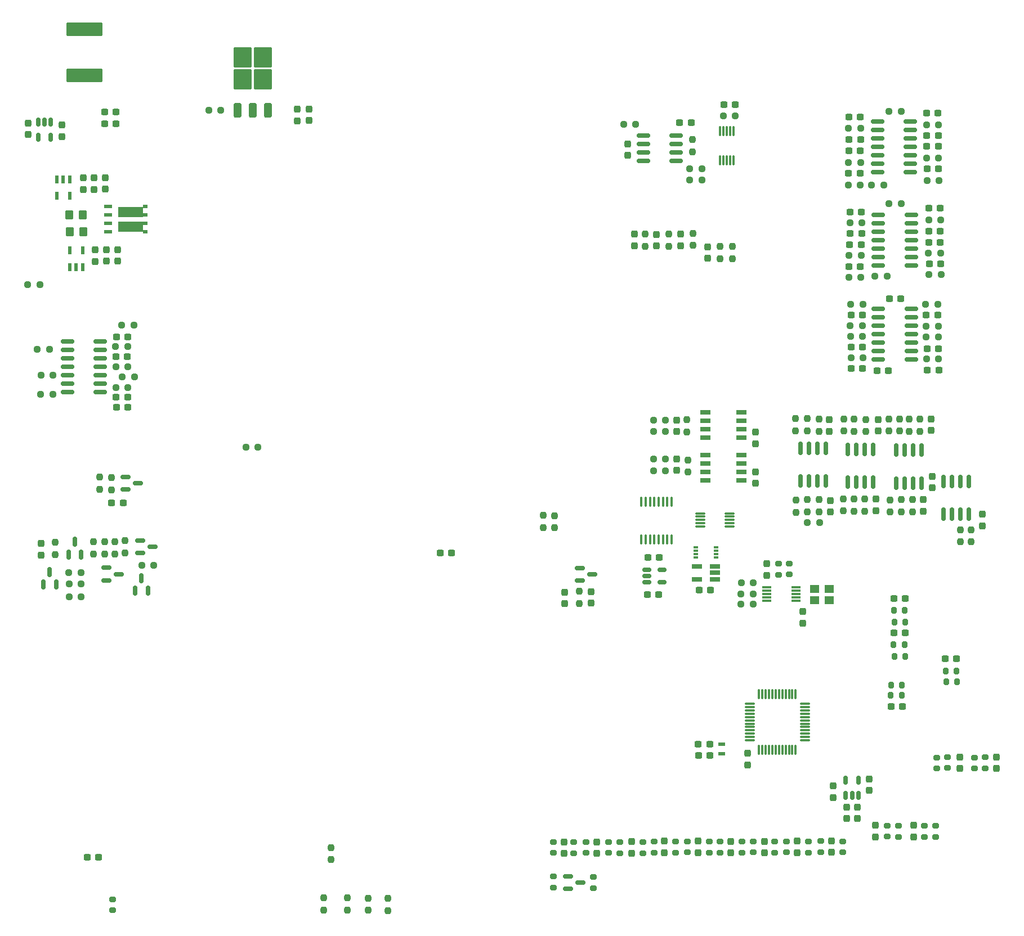
<source format=gtp>
G04 #@! TF.GenerationSoftware,KiCad,Pcbnew,7.0.10*
G04 #@! TF.CreationDate,2024-11-23T11:02:06-08:00*
G04 #@! TF.ProjectId,fieldRadio,6669656c-6452-4616-9469-6f2e6b696361,rev?*
G04 #@! TF.SameCoordinates,Original*
G04 #@! TF.FileFunction,Paste,Top*
G04 #@! TF.FilePolarity,Positive*
%FSLAX46Y46*%
G04 Gerber Fmt 4.6, Leading zero omitted, Abs format (unit mm)*
G04 Created by KiCad (PCBNEW 7.0.10) date 2024-11-23 11:02:06*
%MOMM*%
%LPD*%
G01*
G04 APERTURE LIST*
G04 Aperture macros list*
%AMRoundRect*
0 Rectangle with rounded corners*
0 $1 Rounding radius*
0 $2 $3 $4 $5 $6 $7 $8 $9 X,Y pos of 4 corners*
0 Add a 4 corners polygon primitive as box body*
4,1,4,$2,$3,$4,$5,$6,$7,$8,$9,$2,$3,0*
0 Add four circle primitives for the rounded corners*
1,1,$1+$1,$2,$3*
1,1,$1+$1,$4,$5*
1,1,$1+$1,$6,$7*
1,1,$1+$1,$8,$9*
0 Add four rect primitives between the rounded corners*
20,1,$1+$1,$2,$3,$4,$5,0*
20,1,$1+$1,$4,$5,$6,$7,0*
20,1,$1+$1,$6,$7,$8,$9,0*
20,1,$1+$1,$8,$9,$2,$3,0*%
G04 Aperture macros list end*
%ADD10RoundRect,0.237500X-0.237500X0.300000X-0.237500X-0.300000X0.237500X-0.300000X0.237500X0.300000X0*%
%ADD11RoundRect,0.237500X0.250000X0.237500X-0.250000X0.237500X-0.250000X-0.237500X0.250000X-0.237500X0*%
%ADD12RoundRect,0.237500X0.237500X-0.250000X0.237500X0.250000X-0.237500X0.250000X-0.237500X-0.250000X0*%
%ADD13RoundRect,0.237500X-0.250000X-0.237500X0.250000X-0.237500X0.250000X0.237500X-0.250000X0.237500X0*%
%ADD14RoundRect,0.250000X0.350000X-0.850000X0.350000X0.850000X-0.350000X0.850000X-0.350000X-0.850000X0*%
%ADD15RoundRect,0.250000X1.125000X-1.275000X1.125000X1.275000X-1.125000X1.275000X-1.125000X-1.275000X0*%
%ADD16R,1.270000X0.610000*%
%ADD17R,0.710000X0.610000*%
%ADD18R,3.810000X1.650000*%
%ADD19RoundRect,0.150000X0.150000X-0.825000X0.150000X0.825000X-0.150000X0.825000X-0.150000X-0.825000X0*%
%ADD20RoundRect,0.237500X-0.237500X0.250000X-0.237500X-0.250000X0.237500X-0.250000X0.237500X0.250000X0*%
%ADD21RoundRect,0.200000X0.275000X-0.200000X0.275000X0.200000X-0.275000X0.200000X-0.275000X-0.200000X0*%
%ADD22RoundRect,0.237500X-0.300000X-0.237500X0.300000X-0.237500X0.300000X0.237500X-0.300000X0.237500X0*%
%ADD23R,1.400000X1.200000*%
%ADD24RoundRect,0.150000X-0.587500X-0.150000X0.587500X-0.150000X0.587500X0.150000X-0.587500X0.150000X0*%
%ADD25RoundRect,0.200000X-0.275000X0.200000X-0.275000X-0.200000X0.275000X-0.200000X0.275000X0.200000X0*%
%ADD26RoundRect,0.200000X-0.200000X-0.275000X0.200000X-0.275000X0.200000X0.275000X-0.200000X0.275000X0*%
%ADD27RoundRect,0.075000X0.650000X0.075000X-0.650000X0.075000X-0.650000X-0.075000X0.650000X-0.075000X0*%
%ADD28R,0.600000X1.200000*%
%ADD29RoundRect,0.237500X0.237500X-0.300000X0.237500X0.300000X-0.237500X0.300000X-0.237500X-0.300000X0*%
%ADD30RoundRect,0.075000X0.075000X-0.662500X0.075000X0.662500X-0.075000X0.662500X-0.075000X-0.662500X0*%
%ADD31RoundRect,0.075000X0.662500X-0.075000X0.662500X0.075000X-0.662500X0.075000X-0.662500X-0.075000X0*%
%ADD32RoundRect,0.150000X0.825000X0.150000X-0.825000X0.150000X-0.825000X-0.150000X0.825000X-0.150000X0*%
%ADD33RoundRect,0.237500X0.300000X0.237500X-0.300000X0.237500X-0.300000X-0.237500X0.300000X-0.237500X0*%
%ADD34R,1.560000X0.650000*%
%ADD35RoundRect,0.150000X-0.512500X-0.150000X0.512500X-0.150000X0.512500X0.150000X-0.512500X0.150000X0*%
%ADD36R,1.528000X0.650000*%
%ADD37RoundRect,0.250000X-0.350000X-0.450000X0.350000X-0.450000X0.350000X0.450000X-0.350000X0.450000X0*%
%ADD38RoundRect,0.200000X0.200000X0.275000X-0.200000X0.275000X-0.200000X-0.275000X0.200000X-0.275000X0*%
%ADD39RoundRect,0.250001X-2.474999X0.799999X-2.474999X-0.799999X2.474999X-0.799999X2.474999X0.799999X0*%
%ADD40RoundRect,0.150000X0.150000X-0.587500X0.150000X0.587500X-0.150000X0.587500X-0.150000X-0.587500X0*%
%ADD41RoundRect,0.075000X-0.075000X0.650000X-0.075000X-0.650000X0.075000X-0.650000X0.075000X0.650000X0*%
%ADD42R,1.400000X0.300000*%
%ADD43RoundRect,0.100000X-0.100000X0.637500X-0.100000X-0.637500X0.100000X-0.637500X0.100000X0.637500X0*%
%ADD44R,1.100000X0.600000*%
%ADD45R,0.800000X0.300000*%
%ADD46RoundRect,0.150000X-0.150000X0.512500X-0.150000X-0.512500X0.150000X-0.512500X0.150000X0.512500X0*%
%ADD47RoundRect,0.150000X-0.825000X-0.150000X0.825000X-0.150000X0.825000X0.150000X-0.825000X0.150000X0*%
%ADD48RoundRect,0.150000X0.150000X-0.512500X0.150000X0.512500X-0.150000X0.512500X-0.150000X-0.512500X0*%
G04 APERTURE END LIST*
D10*
X164890000Y-218907500D03*
X164890000Y-220632500D03*
D11*
X208047500Y-120045000D03*
X206222500Y-120045000D03*
D10*
X164000000Y-181257500D03*
X164000000Y-182982500D03*
D12*
X219570000Y-173740000D03*
X219570000Y-171915000D03*
D10*
X121595000Y-108622500D03*
X121595000Y-110347500D03*
D13*
X112107500Y-159540000D03*
X113932500Y-159540000D03*
D14*
X110890000Y-108775000D03*
X113170000Y-108775000D03*
X115450000Y-108775000D03*
D15*
X111645000Y-104150000D03*
X114695000Y-104150000D03*
X111645000Y-100800000D03*
X114695000Y-100800000D03*
D16*
X91380000Y-123300000D03*
X91380000Y-124570000D03*
X91380000Y-125840000D03*
X91380000Y-127110000D03*
D17*
X97000000Y-125840000D03*
D18*
X94740000Y-126335000D03*
D17*
X97000000Y-127110000D03*
X97000000Y-123300000D03*
D18*
X94740000Y-124075000D03*
D17*
X97000000Y-124570000D03*
D19*
X202615000Y-164777500D03*
X203885000Y-164777500D03*
X205155000Y-164777500D03*
X206425000Y-164777500D03*
X206425000Y-159827500D03*
X205155000Y-159827500D03*
X203885000Y-159827500D03*
X202615000Y-159827500D03*
D10*
X173870000Y-127487500D03*
X173870000Y-129212500D03*
X219440000Y-206127500D03*
X219440000Y-207852500D03*
D20*
X90880000Y-173737500D03*
X90880000Y-175562500D03*
D21*
X208565000Y-218090000D03*
X208565000Y-216440000D03*
D22*
X202747500Y-118270000D03*
X204472500Y-118270000D03*
D12*
X210645000Y-169215000D03*
X210645000Y-167390000D03*
D22*
X209577500Y-187405000D03*
X211302500Y-187405000D03*
D11*
X216297500Y-110945000D03*
X214472500Y-110945000D03*
D22*
X214797500Y-128670000D03*
X216522500Y-128670000D03*
X209132500Y-198525000D03*
X210857500Y-198525000D03*
X202772500Y-132295000D03*
X204497500Y-132295000D03*
D21*
X181820000Y-220535000D03*
X181820000Y-218885000D03*
D11*
X204547500Y-116645000D03*
X202722500Y-116645000D03*
D23*
X199820000Y-180820000D03*
X197620000Y-180820000D03*
X197620000Y-182520000D03*
X199820000Y-182520000D03*
D22*
X90867500Y-109010000D03*
X92592500Y-109010000D03*
D20*
X208970000Y-167440000D03*
X208970000Y-169265000D03*
D13*
X96427500Y-177240000D03*
X98252500Y-177240000D03*
D24*
X160532500Y-224080000D03*
X160532500Y-225980000D03*
X162407500Y-225030000D03*
D11*
X216372500Y-119345000D03*
X214547500Y-119345000D03*
D12*
X203545000Y-169140000D03*
X203545000Y-167315000D03*
D25*
X221710000Y-206205000D03*
X221710000Y-207855000D03*
X178460000Y-218845000D03*
X178460000Y-220495000D03*
D26*
X209515000Y-189180000D03*
X211165000Y-189180000D03*
D25*
X168360000Y-218945000D03*
X168360000Y-220595000D03*
D27*
X184810000Y-171450000D03*
X184810000Y-170950000D03*
X184810000Y-170450000D03*
X184810000Y-169950000D03*
X184810000Y-169450000D03*
X180410000Y-169450000D03*
X180410000Y-169950000D03*
X180410000Y-170450000D03*
X180410000Y-170950000D03*
X180410000Y-171450000D03*
D28*
X85593762Y-119180000D03*
X84643762Y-119180000D03*
X83693762Y-119180000D03*
X83693762Y-121680000D03*
X85593762Y-121680000D03*
D29*
X188750000Y-158952500D03*
X188750000Y-157227500D03*
D11*
X108332500Y-108780000D03*
X106507500Y-108780000D03*
X204647500Y-130620000D03*
X202822500Y-130620000D03*
D29*
X199810000Y-157112500D03*
X199810000Y-155387500D03*
D20*
X175700000Y-127427500D03*
X175700000Y-129252500D03*
D11*
X216222500Y-142870000D03*
X214397500Y-142870000D03*
D10*
X175070000Y-218797500D03*
X175070000Y-220522500D03*
D24*
X162287500Y-177680000D03*
X162287500Y-179580000D03*
X164162500Y-178630000D03*
D22*
X172537500Y-176110000D03*
X174262500Y-176110000D03*
D30*
X189285000Y-205027500D03*
X189785000Y-205027500D03*
X190285000Y-205027500D03*
X190785000Y-205027500D03*
X191285000Y-205027500D03*
X191785000Y-205027500D03*
X192285000Y-205027500D03*
X192785000Y-205027500D03*
X193285000Y-205027500D03*
X193785000Y-205027500D03*
X194285000Y-205027500D03*
X194785000Y-205027500D03*
D31*
X196197500Y-203615000D03*
X196197500Y-203115000D03*
X196197500Y-202615000D03*
X196197500Y-202115000D03*
X196197500Y-201615000D03*
X196197500Y-201115000D03*
X196197500Y-200615000D03*
X196197500Y-200115000D03*
X196197500Y-199615000D03*
X196197500Y-199115000D03*
X196197500Y-198615000D03*
X196197500Y-198115000D03*
D30*
X194785000Y-196702500D03*
X194285000Y-196702500D03*
X193785000Y-196702500D03*
X193285000Y-196702500D03*
X192785000Y-196702500D03*
X192285000Y-196702500D03*
X191785000Y-196702500D03*
X191285000Y-196702500D03*
X190785000Y-196702500D03*
X190285000Y-196702500D03*
X189785000Y-196702500D03*
X189285000Y-196702500D03*
D31*
X187872500Y-198115000D03*
X187872500Y-198615000D03*
X187872500Y-199115000D03*
X187872500Y-199615000D03*
X187872500Y-200115000D03*
X187872500Y-200615000D03*
X187872500Y-201115000D03*
X187872500Y-201615000D03*
X187872500Y-202115000D03*
X187872500Y-202615000D03*
X187872500Y-203115000D03*
X187872500Y-203615000D03*
D11*
X170722500Y-110860000D03*
X168897500Y-110860000D03*
D10*
X213995000Y-167390000D03*
X213995000Y-169115000D03*
D11*
X87332500Y-182020000D03*
X85507500Y-182020000D03*
D10*
X160030000Y-181337500D03*
X160030000Y-183062500D03*
D25*
X186690000Y-218875000D03*
X186690000Y-220525000D03*
D32*
X212035000Y-118130000D03*
X212035000Y-116860000D03*
X212035000Y-115590000D03*
X212035000Y-114320000D03*
X212035000Y-113050000D03*
X212035000Y-111780000D03*
X212035000Y-110510000D03*
X207085000Y-110510000D03*
X207085000Y-111780000D03*
X207085000Y-113050000D03*
X207085000Y-114320000D03*
X207085000Y-115590000D03*
X207085000Y-116860000D03*
X207085000Y-118130000D03*
D13*
X196547500Y-170867500D03*
X198372500Y-170867500D03*
D33*
X204622500Y-129020000D03*
X202897500Y-129020000D03*
D34*
X182670000Y-179360000D03*
X182670000Y-178410000D03*
X182670000Y-177460000D03*
X179970000Y-177460000D03*
X179970000Y-179360000D03*
D10*
X188770000Y-163217500D03*
X188770000Y-164942500D03*
D26*
X217340000Y-193220000D03*
X218990000Y-193220000D03*
D11*
X208522500Y-133720000D03*
X206697500Y-133720000D03*
D10*
X180120000Y-218807500D03*
X180120000Y-220532500D03*
D35*
X172392500Y-177940000D03*
X172392500Y-178890000D03*
X172392500Y-179840000D03*
X174667500Y-179840000D03*
X174667500Y-177940000D03*
D36*
X181179000Y-160675000D03*
X181179000Y-161945000D03*
X181179000Y-163215000D03*
X181179000Y-164485000D03*
X186601000Y-164485000D03*
X186601000Y-163215000D03*
X186601000Y-161945000D03*
X186601000Y-160675000D03*
D33*
X208732500Y-147990000D03*
X207007500Y-147990000D03*
X216197500Y-109245000D03*
X214472500Y-109245000D03*
D25*
X173480000Y-218855000D03*
X173480000Y-220505000D03*
D21*
X171790000Y-220595000D03*
X171790000Y-218945000D03*
D22*
X214522500Y-114220000D03*
X216247500Y-114220000D03*
D37*
X85563762Y-124540000D03*
X87563762Y-124540000D03*
D11*
X188377500Y-183120000D03*
X186552500Y-183120000D03*
D12*
X127350000Y-229162500D03*
X127350000Y-227337500D03*
D22*
X92537500Y-145910000D03*
X94262500Y-145910000D03*
D24*
X96212500Y-173520000D03*
X96212500Y-175420000D03*
X98087500Y-174470000D03*
D21*
X223285000Y-207805000D03*
X223285000Y-206155000D03*
D10*
X202440000Y-213682500D03*
X202440000Y-215407500D03*
D22*
X217277500Y-191345000D03*
X219002500Y-191345000D03*
D33*
X216547500Y-123495000D03*
X214822500Y-123495000D03*
X94332500Y-153490000D03*
X92607500Y-153490000D03*
D20*
X213470000Y-155285000D03*
X213470000Y-157110000D03*
D22*
X91917500Y-167850000D03*
X93642500Y-167850000D03*
D33*
X185702500Y-107910000D03*
X183977500Y-107910000D03*
D11*
X216272500Y-146245000D03*
X214447500Y-146245000D03*
D13*
X81267500Y-148700000D03*
X83092500Y-148700000D03*
D33*
X204547500Y-113195000D03*
X202822500Y-113195000D03*
D13*
X202747500Y-111520000D03*
X204572500Y-111520000D03*
D22*
X214522500Y-112620000D03*
X216247500Y-112620000D03*
D11*
X216272500Y-115970000D03*
X214447500Y-115970000D03*
D29*
X207170000Y-157040000D03*
X207170000Y-155315000D03*
D13*
X173387500Y-155400000D03*
X175212500Y-155400000D03*
D21*
X214125000Y-218140000D03*
X214125000Y-216490000D03*
D10*
X185050000Y-218847500D03*
X185050000Y-220572500D03*
D13*
X183887500Y-109600000D03*
X185712500Y-109600000D03*
D10*
X225010000Y-206117500D03*
X225010000Y-207842500D03*
D33*
X204522500Y-114920000D03*
X202797500Y-114920000D03*
D10*
X169500000Y-113837500D03*
X169500000Y-115562500D03*
X206790000Y-216427500D03*
X206790000Y-218152500D03*
X170090000Y-218887500D03*
X170090000Y-220612500D03*
X89278762Y-118972500D03*
X89278762Y-120697500D03*
D32*
X90225000Y-151195000D03*
X90225000Y-149925000D03*
X90225000Y-148655000D03*
X90225000Y-147385000D03*
X90225000Y-146115000D03*
X90225000Y-144845000D03*
X90225000Y-143575000D03*
X85275000Y-143575000D03*
X85275000Y-144845000D03*
X85275000Y-146115000D03*
X85275000Y-147385000D03*
X85275000Y-148655000D03*
X85275000Y-149925000D03*
X85275000Y-151195000D03*
D25*
X164330000Y-224205000D03*
X164330000Y-225855000D03*
D38*
X211265000Y-190980000D03*
X209615000Y-190980000D03*
D29*
X81320000Y-175722500D03*
X81320000Y-173997500D03*
D10*
X159930000Y-218897500D03*
X159930000Y-220622500D03*
D11*
X81102500Y-134990000D03*
X79277500Y-134990000D03*
D13*
X203122500Y-146020000D03*
X204947500Y-146020000D03*
X208847500Y-122845000D03*
X210672500Y-122845000D03*
D19*
X217015000Y-169612442D03*
X218285000Y-169612442D03*
X219555000Y-169612442D03*
X220825000Y-169612442D03*
X220825000Y-164662442D03*
X219555000Y-164662442D03*
X218285000Y-164662442D03*
X217015000Y-164662442D03*
D25*
X201890000Y-218815000D03*
X201890000Y-220465000D03*
D10*
X212500000Y-216427500D03*
X212500000Y-218152500D03*
D39*
X87810000Y-96555000D03*
X87810000Y-103505000D03*
D10*
X190470000Y-177037500D03*
X190470000Y-178762500D03*
D13*
X203072500Y-137995000D03*
X204897500Y-137995000D03*
D25*
X192250000Y-177055000D03*
X192250000Y-178705000D03*
D12*
X158510000Y-171642500D03*
X158510000Y-169817500D03*
D20*
X185310000Y-129307500D03*
X185310000Y-131132500D03*
X211860000Y-155305000D03*
X211860000Y-157130000D03*
D11*
X216222500Y-141270000D03*
X214397500Y-141270000D03*
D33*
X216272500Y-144670000D03*
X214547500Y-144670000D03*
D22*
X203122500Y-147620000D03*
X204847500Y-147620000D03*
D33*
X181982500Y-181020000D03*
X180257500Y-181020000D03*
D20*
X194745000Y-155190000D03*
X194745000Y-157015000D03*
D10*
X205810000Y-209427500D03*
X205810000Y-211152500D03*
D13*
X85497500Y-180110000D03*
X87322500Y-180110000D03*
D25*
X215965000Y-206215000D03*
X215965000Y-207865000D03*
D20*
X201920000Y-167265000D03*
X201920000Y-169090000D03*
D12*
X123770000Y-229172500D03*
X123770000Y-227347500D03*
X208810000Y-157070000D03*
X208810000Y-155245000D03*
D11*
X180692500Y-119250000D03*
X178867500Y-119250000D03*
D33*
X179052500Y-110690000D03*
X177327500Y-110690000D03*
D20*
X178450000Y-155367500D03*
X178450000Y-157192500D03*
D32*
X212160000Y-132130000D03*
X212160000Y-130860000D03*
X212160000Y-129590000D03*
X212160000Y-128320000D03*
X212160000Y-127050000D03*
X212160000Y-125780000D03*
X212160000Y-124510000D03*
X207210000Y-124510000D03*
X207210000Y-125780000D03*
X207210000Y-127050000D03*
X207210000Y-128320000D03*
X207210000Y-129590000D03*
X207210000Y-130860000D03*
X207210000Y-132130000D03*
D20*
X83430000Y-173837500D03*
X83430000Y-175662500D03*
D29*
X79340000Y-112432500D03*
X79340000Y-110707500D03*
D21*
X215800000Y-218140000D03*
X215800000Y-216490000D03*
D20*
X205370000Y-155315000D03*
X205370000Y-157140000D03*
D10*
X176860000Y-155407500D03*
X176860000Y-157132500D03*
D12*
X91920000Y-165932500D03*
X91920000Y-164107500D03*
D37*
X85653762Y-127110000D03*
X87653762Y-127110000D03*
D33*
X174192500Y-181650000D03*
X172467500Y-181650000D03*
D10*
X200020000Y-167515000D03*
X200020000Y-169240000D03*
X181530000Y-129317500D03*
X181530000Y-131042500D03*
X206895000Y-167315000D03*
X206895000Y-169040000D03*
D12*
X172110000Y-129252500D03*
X172110000Y-127427500D03*
D11*
X87312500Y-178370000D03*
X85487500Y-178370000D03*
D26*
X209567858Y-184065000D03*
X211217858Y-184065000D03*
X209120000Y-195300000D03*
X210770000Y-195300000D03*
D11*
X216622500Y-125270000D03*
X214797500Y-125270000D03*
D24*
X91152500Y-177660000D03*
X91152500Y-179560000D03*
X93027500Y-178610000D03*
D12*
X212370000Y-169215000D03*
X212370000Y-167390000D03*
D33*
X204847500Y-144445000D03*
X203122500Y-144445000D03*
D20*
X124870000Y-219757500D03*
X124870000Y-221582500D03*
D22*
X180157500Y-205860000D03*
X181882500Y-205860000D03*
D40*
X95460000Y-181117500D03*
X97360000Y-181117500D03*
X96410000Y-179242500D03*
D22*
X202797500Y-109795000D03*
X204522500Y-109795000D03*
D10*
X90953762Y-118947500D03*
X90953762Y-120672500D03*
D38*
X219065000Y-194820000D03*
X217415000Y-194820000D03*
D22*
X90842500Y-110785000D03*
X92567500Y-110785000D03*
D12*
X92360000Y-175582500D03*
X92360000Y-173757500D03*
D28*
X85643762Y-132370000D03*
X86593762Y-132370000D03*
X87543762Y-132370000D03*
X87543762Y-129870000D03*
X85643762Y-129870000D03*
D25*
X166610000Y-218925000D03*
X166610000Y-220575000D03*
D10*
X84400000Y-111007500D03*
X84400000Y-112732500D03*
D41*
X185420000Y-111900000D03*
X184920000Y-111900000D03*
X184420000Y-111900000D03*
X183920000Y-111900000D03*
X183420000Y-111900000D03*
X183420000Y-116300000D03*
X183920000Y-116300000D03*
X184420000Y-116300000D03*
X184920000Y-116300000D03*
X185420000Y-116300000D03*
D33*
X216622500Y-131920000D03*
X214897500Y-131920000D03*
X216272500Y-117620000D03*
X214547500Y-117620000D03*
D11*
X180672500Y-117610000D03*
X178847500Y-117610000D03*
D29*
X87618762Y-120697500D03*
X87618762Y-118972500D03*
D25*
X92060000Y-227565000D03*
X92060000Y-229215000D03*
D13*
X92537500Y-150510000D03*
X94362500Y-150510000D03*
D12*
X179260000Y-115042500D03*
X179260000Y-113217500D03*
D29*
X176890000Y-162992500D03*
X176890000Y-161267500D03*
D12*
X89180000Y-175582500D03*
X89180000Y-173757500D03*
D20*
X203595000Y-155265000D03*
X203595000Y-157090000D03*
D12*
X179360000Y-129142500D03*
X179360000Y-127317500D03*
D13*
X202947500Y-125720000D03*
X204772500Y-125720000D03*
D33*
X216147500Y-139620000D03*
X214422500Y-139620000D03*
D42*
X194840000Y-182595000D03*
X194840000Y-182095000D03*
X194840000Y-181595000D03*
X194840000Y-181095000D03*
X194840000Y-180595000D03*
X190440000Y-180595000D03*
X190440000Y-181095000D03*
X190440000Y-181595000D03*
X190440000Y-182095000D03*
X190440000Y-182595000D03*
D24*
X94032500Y-163970000D03*
X94032500Y-165870000D03*
X95907500Y-164920000D03*
D10*
X92813762Y-129777500D03*
X92813762Y-131502500D03*
D43*
X176120000Y-167702500D03*
X175470000Y-167702500D03*
X174820000Y-167702500D03*
X174170000Y-167702500D03*
X173520000Y-167702500D03*
X172870000Y-167702500D03*
X172220000Y-167702500D03*
X171570000Y-167702500D03*
X171570000Y-173427500D03*
X172220000Y-173427500D03*
X172870000Y-173427500D03*
X173520000Y-173427500D03*
X174170000Y-173427500D03*
X174820000Y-173427500D03*
X175470000Y-173427500D03*
X176120000Y-173427500D03*
D21*
X198540000Y-220455000D03*
X198540000Y-218805000D03*
D19*
X195515000Y-164602500D03*
X196785000Y-164602500D03*
X198055000Y-164602500D03*
X199325000Y-164602500D03*
X199325000Y-159652500D03*
X198055000Y-159652500D03*
X196785000Y-159652500D03*
X195515000Y-159652500D03*
D21*
X196740000Y-220515000D03*
X196740000Y-218865000D03*
D12*
X205145000Y-169140000D03*
X205145000Y-167315000D03*
D21*
X217640000Y-207765000D03*
X217640000Y-206115000D03*
D11*
X188427500Y-179945000D03*
X186602500Y-179945000D03*
D12*
X196570000Y-169215000D03*
X196570000Y-167390000D03*
D10*
X204040000Y-213682500D03*
X204040000Y-215407500D03*
D22*
X180147500Y-204170000D03*
X181872500Y-204170000D03*
D12*
X162250000Y-183042500D03*
X162250000Y-181217500D03*
D10*
X195815000Y-184257500D03*
X195815000Y-185982500D03*
D21*
X158390000Y-220565000D03*
X158390000Y-218915000D03*
D40*
X85410000Y-175637500D03*
X87310000Y-175637500D03*
X86360000Y-173762500D03*
D22*
X202972500Y-124070000D03*
X204697500Y-124070000D03*
D20*
X156790000Y-169787500D03*
X156790000Y-171612500D03*
D25*
X191660000Y-218855000D03*
X191660000Y-220505000D03*
D22*
X92577500Y-151980000D03*
X94302500Y-151980000D03*
D13*
X92487500Y-144385000D03*
X94312500Y-144385000D03*
D25*
X161430000Y-218965000D03*
X161430000Y-220615000D03*
D10*
X187535000Y-205577500D03*
X187535000Y-207302500D03*
D44*
X183690000Y-205610000D03*
X183690000Y-204210000D03*
D21*
X210265000Y-218140000D03*
X210265000Y-216490000D03*
D10*
X190060000Y-218827500D03*
X190060000Y-220552500D03*
D33*
X94362500Y-142885000D03*
X92637500Y-142885000D03*
D13*
X203047500Y-142820000D03*
X204872500Y-142820000D03*
D29*
X170560000Y-129172500D03*
X170560000Y-127447500D03*
D20*
X196520000Y-155215000D03*
X196520000Y-157040000D03*
D45*
X182830000Y-176110000D03*
X182830000Y-175610000D03*
X182830000Y-175110000D03*
X182830000Y-174610000D03*
X179730000Y-174610000D03*
X179730000Y-175110000D03*
X179730000Y-175610000D03*
X179730000Y-176110000D03*
D29*
X222845000Y-171340000D03*
X222845000Y-169615000D03*
D21*
X176750000Y-220525000D03*
X176750000Y-218875000D03*
D20*
X194870000Y-167465000D03*
X194870000Y-169290000D03*
D21*
X158330000Y-225785000D03*
X158330000Y-224135000D03*
D12*
X221170000Y-173740000D03*
X221170000Y-171915000D03*
D22*
X214597500Y-147870000D03*
X216322500Y-147870000D03*
D10*
X119795000Y-108647500D03*
X119795000Y-110372500D03*
D13*
X173407500Y-157150000D03*
X175232500Y-157150000D03*
D11*
X188402500Y-181595000D03*
X186577500Y-181595000D03*
X95352500Y-148930000D03*
X93527500Y-148930000D03*
D33*
X204722500Y-127345000D03*
X202997500Y-127345000D03*
D12*
X183450000Y-131112500D03*
X183450000Y-129287500D03*
D22*
X214797500Y-126970000D03*
X216522500Y-126970000D03*
D38*
X211267858Y-185840000D03*
X209617858Y-185840000D03*
D11*
X216147500Y-137970000D03*
X214322500Y-137970000D03*
D13*
X208822500Y-108920000D03*
X210647500Y-108920000D03*
D20*
X178600000Y-161427500D03*
X178600000Y-163252500D03*
D29*
X89423762Y-131532500D03*
X89423762Y-129807500D03*
D32*
X212160000Y-146330000D03*
X212160000Y-145060000D03*
X212160000Y-143790000D03*
X212160000Y-142520000D03*
X212160000Y-141250000D03*
X212160000Y-139980000D03*
X212160000Y-138710000D03*
X207210000Y-138710000D03*
X207210000Y-139980000D03*
X207210000Y-141250000D03*
X207210000Y-142520000D03*
X207210000Y-143790000D03*
X207210000Y-145060000D03*
X207210000Y-146330000D03*
D11*
X82537500Y-144785000D03*
X80712500Y-144785000D03*
D40*
X81650000Y-180177500D03*
X83550000Y-180177500D03*
X82600000Y-178302500D03*
D13*
X173407500Y-163060000D03*
X175232500Y-163060000D03*
X202772500Y-133970000D03*
X204597500Y-133970000D03*
D46*
X82780000Y-110562500D03*
X81830000Y-110562500D03*
X80880000Y-110562500D03*
X80880000Y-112837500D03*
X82780000Y-112837500D03*
D36*
X181179000Y-154255000D03*
X181179000Y-155525000D03*
X181179000Y-156795000D03*
X181179000Y-158065000D03*
X186601000Y-158065000D03*
X186601000Y-156795000D03*
X186601000Y-155525000D03*
X186601000Y-154255000D03*
D11*
X216572500Y-130295000D03*
X214747500Y-130295000D03*
D21*
X193390000Y-220495000D03*
X193390000Y-218845000D03*
D11*
X83062500Y-151510000D03*
X81237500Y-151510000D03*
D10*
X195030000Y-218807500D03*
X195030000Y-220532500D03*
D22*
X203122500Y-139595000D03*
X204847500Y-139595000D03*
D11*
X95232500Y-141090000D03*
X93407500Y-141090000D03*
D12*
X93960000Y-175412500D03*
X93960000Y-173587500D03*
D13*
X173397500Y-161270000D03*
X175222500Y-161270000D03*
D12*
X198320000Y-169215000D03*
X198320000Y-167390000D03*
D22*
X209530358Y-182240000D03*
X211255358Y-182240000D03*
D47*
X171855000Y-112555000D03*
X171855000Y-113825000D03*
X171855000Y-115095000D03*
X171855000Y-116365000D03*
X176805000Y-116365000D03*
X176805000Y-115095000D03*
X176805000Y-113825000D03*
X176805000Y-112555000D03*
D29*
X177480000Y-129162500D03*
X177480000Y-127437500D03*
D22*
X141307500Y-175410000D03*
X143032500Y-175410000D03*
D20*
X198295000Y-155265000D03*
X198295000Y-157090000D03*
D21*
X163220000Y-220565000D03*
X163220000Y-218915000D03*
D29*
X91083762Y-131512500D03*
X91083762Y-129787500D03*
D10*
X200470000Y-210507500D03*
X200470000Y-212232500D03*
D38*
X210745000Y-196850000D03*
X209095000Y-196850000D03*
D10*
X200210000Y-218757500D03*
X200210000Y-220482500D03*
D29*
X215370000Y-165615000D03*
X215370000Y-163890000D03*
D22*
X208872500Y-137170000D03*
X210597500Y-137170000D03*
D29*
X215190000Y-156960000D03*
X215190000Y-155235000D03*
D19*
X209915000Y-164877500D03*
X211185000Y-164877500D03*
X212455000Y-164877500D03*
X213725000Y-164877500D03*
X213725000Y-159927500D03*
X212455000Y-159927500D03*
X211185000Y-159927500D03*
X209915000Y-159927500D03*
D13*
X202997500Y-141220000D03*
X204822500Y-141220000D03*
D25*
X193810000Y-177005000D03*
X193810000Y-178655000D03*
D48*
X202330000Y-211867500D03*
X203280000Y-211867500D03*
X204230000Y-211867500D03*
X204230000Y-209592500D03*
X202330000Y-209592500D03*
D13*
X92537500Y-147410000D03*
X94362500Y-147410000D03*
D12*
X130510000Y-229212500D03*
X130510000Y-227387500D03*
X90120000Y-165832500D03*
X90120000Y-164007500D03*
D21*
X188390000Y-220485000D03*
X188390000Y-218835000D03*
D13*
X202697500Y-120045000D03*
X204522500Y-120045000D03*
D11*
X216647500Y-133520000D03*
X214822500Y-133520000D03*
D20*
X210380000Y-155245000D03*
X210380000Y-157070000D03*
D21*
X183440000Y-220525000D03*
X183440000Y-218875000D03*
D20*
X202000000Y-155227500D03*
X202000000Y-157052500D03*
D12*
X133450000Y-229232500D03*
X133450000Y-227407500D03*
D33*
X89972500Y-221200000D03*
X88247500Y-221200000D03*
M02*

</source>
